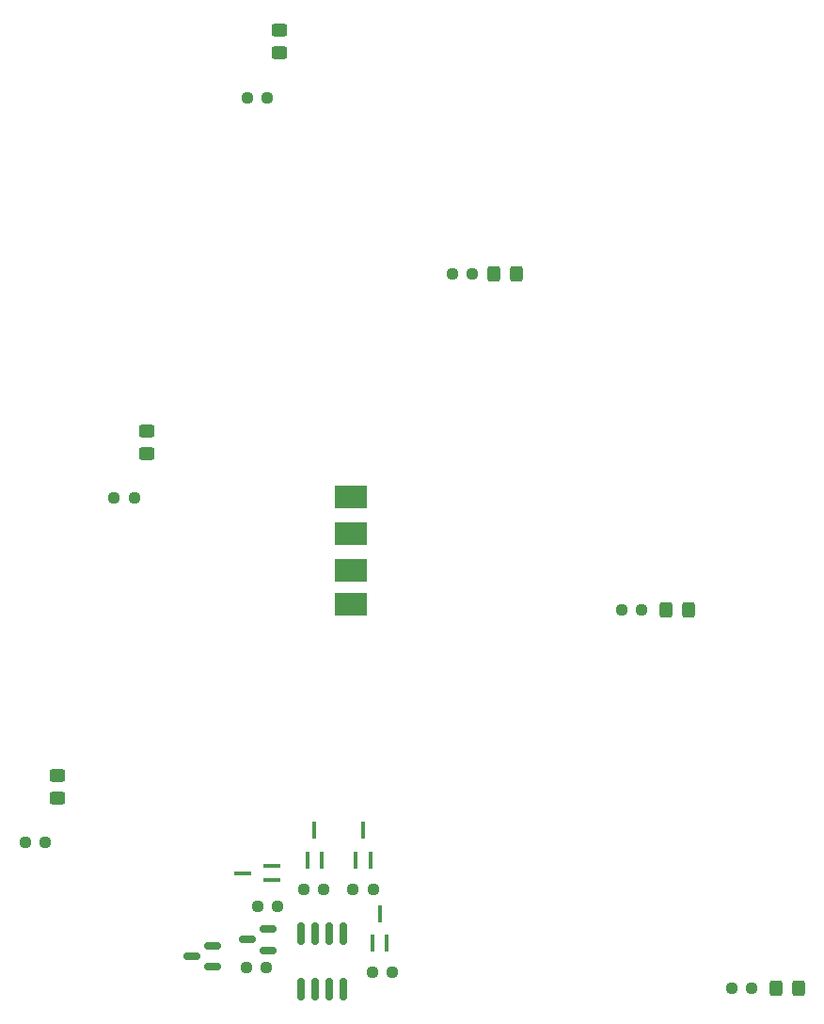
<source format=gbp>
%TF.GenerationSoftware,KiCad,Pcbnew,7.0.8*%
%TF.CreationDate,2024-03-10T12:53:15+01:00*%
%TF.ProjectId,PCB_Christmas_Tree,5043425f-4368-4726-9973-746d61735f54,rev?*%
%TF.SameCoordinates,Original*%
%TF.FileFunction,Paste,Bot*%
%TF.FilePolarity,Positive*%
%FSLAX46Y46*%
G04 Gerber Fmt 4.6, Leading zero omitted, Abs format (unit mm)*
G04 Created by KiCad (PCBNEW 7.0.8) date 2024-03-10 12:53:15*
%MOMM*%
%LPD*%
G01*
G04 APERTURE LIST*
G04 Aperture macros list*
%AMRoundRect*
0 Rectangle with rounded corners*
0 $1 Rounding radius*
0 $2 $3 $4 $5 $6 $7 $8 $9 X,Y pos of 4 corners*
0 Add a 4 corners polygon primitive as box body*
4,1,4,$2,$3,$4,$5,$6,$7,$8,$9,$2,$3,0*
0 Add four circle primitives for the rounded corners*
1,1,$1+$1,$2,$3*
1,1,$1+$1,$4,$5*
1,1,$1+$1,$6,$7*
1,1,$1+$1,$8,$9*
0 Add four rect primitives between the rounded corners*
20,1,$1+$1,$2,$3,$4,$5,0*
20,1,$1+$1,$4,$5,$6,$7,0*
20,1,$1+$1,$6,$7,$8,$9,0*
20,1,$1+$1,$8,$9,$2,$3,0*%
G04 Aperture macros list end*
%ADD10RoundRect,0.237500X0.250000X0.237500X-0.250000X0.237500X-0.250000X-0.237500X0.250000X-0.237500X0*%
%ADD11RoundRect,0.250000X-0.325000X-0.450000X0.325000X-0.450000X0.325000X0.450000X-0.325000X0.450000X0*%
%ADD12RoundRect,0.237500X-0.250000X-0.237500X0.250000X-0.237500X0.250000X0.237500X-0.250000X0.237500X0*%
%ADD13R,0.450000X1.500000*%
%ADD14RoundRect,0.250000X0.450000X-0.325000X0.450000X0.325000X-0.450000X0.325000X-0.450000X-0.325000X0*%
%ADD15R,1.500000X0.450000*%
%ADD16RoundRect,0.150000X0.587500X0.150000X-0.587500X0.150000X-0.587500X-0.150000X0.587500X-0.150000X0*%
%ADD17R,3.000000X2.000000*%
%ADD18RoundRect,0.150000X0.150000X-0.825000X0.150000X0.825000X-0.150000X0.825000X-0.150000X-0.825000X0*%
G04 APERTURE END LIST*
D10*
%TO.C,R14*%
X70912500Y-125000000D03*
X69087500Y-125000000D03*
%TD*%
D11*
%TO.C,D19*%
X126737000Y-104140000D03*
X128787000Y-104140000D03*
%TD*%
D10*
%TO.C,R11*%
X78912500Y-94000000D03*
X77087500Y-94000000D03*
%TD*%
D12*
%TO.C,R4*%
X89000000Y-136271000D03*
X90825000Y-136271000D03*
%TD*%
D13*
%TO.C,Q5*%
X100150000Y-126601000D03*
X98850000Y-126601000D03*
X99500000Y-123941000D03*
%TD*%
D10*
%TO.C,R3*%
X95986500Y-129271000D03*
X94161500Y-129271000D03*
%TD*%
D14*
%TO.C,D6*%
X80000000Y-90025000D03*
X80000000Y-87975000D03*
%TD*%
D15*
%TO.C,Q1*%
X91330000Y-127121000D03*
X91330000Y-128421000D03*
X88670000Y-127771000D03*
%TD*%
D16*
%TO.C,Q4*%
X85937500Y-134321000D03*
X85937500Y-136221000D03*
X84062500Y-135271000D03*
%TD*%
D12*
%TO.C,R1*%
X90000000Y-130771000D03*
X91825000Y-130771000D03*
%TD*%
D10*
%TO.C,R24*%
X124610500Y-104140000D03*
X122785500Y-104140000D03*
%TD*%
D16*
%TO.C,D1*%
X90937500Y-132821000D03*
X90937500Y-134721000D03*
X89062500Y-133771000D03*
%TD*%
D10*
%TO.C,R12*%
X90912500Y-58000000D03*
X89087500Y-58000000D03*
%TD*%
D17*
%TO.C,J5*%
X98400000Y-93974000D03*
X98400000Y-97276000D03*
X98400000Y-100578000D03*
X98400000Y-103626000D03*
%TD*%
D14*
%TO.C,D9*%
X72000000Y-121025000D03*
X72000000Y-118975000D03*
%TD*%
%TO.C,D7*%
X92000000Y-54000000D03*
X92000000Y-51950000D03*
%TD*%
D13*
%TO.C,Q2*%
X101650000Y-134101000D03*
X100350000Y-134101000D03*
X101000000Y-131441000D03*
%TD*%
D11*
%TO.C,D8*%
X136643000Y-138176000D03*
X138693000Y-138176000D03*
%TD*%
D10*
%TO.C,R2*%
X102166500Y-136727000D03*
X100341500Y-136727000D03*
%TD*%
%TO.C,R13*%
X134516500Y-138176000D03*
X132691500Y-138176000D03*
%TD*%
%TO.C,R30*%
X109361500Y-73914000D03*
X107536500Y-73914000D03*
%TD*%
D11*
%TO.C,D25*%
X111243000Y-73914000D03*
X113293000Y-73914000D03*
%TD*%
D13*
%TO.C,Q3*%
X95800000Y-126601000D03*
X94500000Y-126601000D03*
X95150000Y-123941000D03*
%TD*%
D18*
%TO.C,U1*%
X97709000Y-138182000D03*
X96439000Y-138182000D03*
X95169000Y-138182000D03*
X93899000Y-138182000D03*
X93899000Y-133232000D03*
X95169000Y-133232000D03*
X96439000Y-133232000D03*
X97709000Y-133232000D03*
%TD*%
D10*
%TO.C,R5*%
X100412500Y-129271000D03*
X98587500Y-129271000D03*
%TD*%
M02*

</source>
